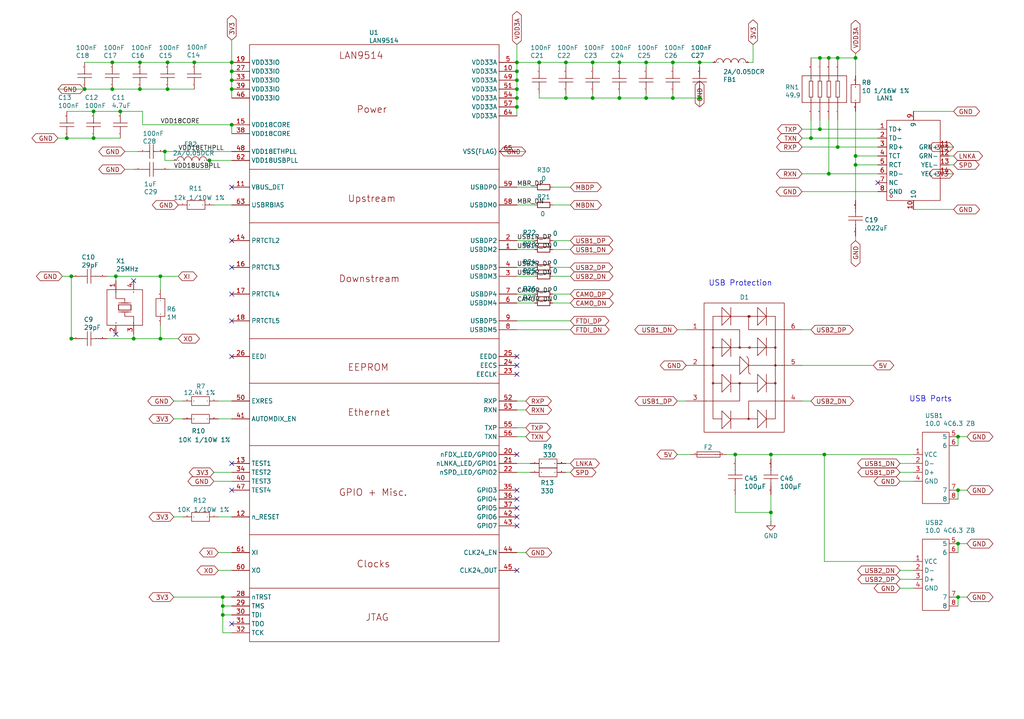
<source format=kicad_sch>
(kicad_sch (version 20231120) (generator "eeschema") (generator_version "8.0")
  (paper "User" 291.846 204.953)
  (junction (at 153.67 17.78))
  (junction (at 46.99 43.18))
  (junction (at 63.5 175.26))
  (junction (at 176.53 17.78))
  (junction (at 168.91 17.78))
  (junction (at 147.32 22.86))
  (junction (at 273.05 124.46))
  (junction (at 243.84 16.51))
  (junction (at 231.14 39.37))
  (junction (at 26.67 31.75))
  (junction (at 147.32 20.32))
  (junction (at 147.32 27.94))
  (junction (at 39.878 25.4))
  (junction (at 24.13 25.4))
  (junction (at 161.29 17.78))
  (junction (at 63.5 170.18))
  (junction (at 273.05 154.94))
  (junction (at 199.39 17.78))
  (junction (at 243.84 46.99))
  (junction (at 19.05 39.37))
  (junction (at 168.91 27.94))
  (junction (at 147.32 30.48))
  (junction (at 238.76 41.91))
  (junction (at 47.752 25.4))
  (junction (at 32.004 25.4))
  (junction (at 233.68 36.83))
  (junction (at 26.67 39.37))
  (junction (at 199.39 27.94))
  (junction (at 161.29 27.94))
  (junction (at 55.372 17.78))
  (junction (at 20.32 96.52))
  (junction (at 66.04 17.78))
  (junction (at 34.29 31.75))
  (junction (at 184.15 17.78))
  (junction (at 219.71 146.05))
  (junction (at 66.04 22.86))
  (junction (at 184.15 27.94))
  (junction (at 20.32 78.74))
  (junction (at 209.55 129.54))
  (junction (at 238.76 16.51))
  (junction (at 191.77 17.78))
  (junction (at 66.04 25.4))
  (junction (at 63.5 172.72))
  (junction (at 32.004 17.78))
  (junction (at 59.69 45.72))
  (junction (at 234.95 129.54))
  (junction (at 66.04 20.32))
  (junction (at 273.05 170.18))
  (junction (at 39.878 17.78))
  (junction (at 45.72 78.74))
  (junction (at 33.02 78.74))
  (junction (at 243.84 44.45))
  (junction (at 236.22 16.51))
  (junction (at 233.68 16.51))
  (junction (at 45.72 96.52))
  (junction (at 219.71 129.54))
  (junction (at 191.77 27.94))
  (junction (at 273.05 139.7))
  (junction (at 47.752 17.78))
  (junction (at 66.04 35.56))
  (junction (at 236.22 49.53))
  (junction (at 147.32 25.4))
  (junction (at 176.53 27.94))
  (junction (at 147.32 17.78))
  (junction (at 38.1 96.52))
  (no_connect (at 66.04 53.34))
  (no_connect (at 66.04 91.44))
  (no_connect (at 147.32 149.86))
  (no_connect (at 66.04 139.7))
  (no_connect (at 66.04 68.58))
  (no_connect (at 33.02 95.25))
  (no_connect (at 147.32 142.24))
  (no_connect (at 147.32 144.78))
  (no_connect (at 147.32 147.32))
  (no_connect (at 147.32 106.68))
  (no_connect (at 147.32 101.6))
  (no_connect (at 147.32 139.7))
  (no_connect (at 147.32 129.54))
  (no_connect (at 38.1 80.01))
  (no_connect (at 250.19 52.07))
  (no_connect (at 66.04 132.08))
  (no_connect (at 66.04 76.2))
  (no_connect (at 66.04 83.82))
  (no_connect (at 66.04 177.8))
  (no_connect (at 147.32 104.14))
  (no_connect (at 147.32 162.56))
  (no_connect (at 66.04 101.6))
  (wire (pts (xy 176.53 17.78) (xy 168.91 17.78)))
  (wire (pts (xy 270.51 44.45) (xy 271.78 44.45)))
  (wire (pts (xy 20.32 96.52) (xy 21.59 96.52)))
  (wire (pts (xy 147.32 30.48) (xy 147.32 33.02)))
  (wire (pts (xy 33.02 78.74) (xy 33.02 80.01)))
  (wire (pts (xy 256.54 137.16) (xy 260.35 137.16)))
  (wire (pts (xy 45.72 82.55) (xy 45.72 78.74)))
  (wire (pts (xy 219.71 146.05) (xy 219.71 148.59)))
  (wire (pts (xy 40.64 31.75) (xy 40.64 35.56)))
  (wire (pts (xy 243.84 68.58) (xy 243.84 67.31)))
  (wire (pts (xy 147.32 17.78) (xy 147.32 20.32)))
  (wire (pts (xy 153.67 26.67) (xy 153.67 27.94)))
  (wire (pts (xy 184.15 26.67) (xy 184.15 27.94)))
  (wire (pts (xy 250.19 44.45) (xy 243.84 44.45)))
  (wire (pts (xy 273.05 170.18) (xy 275.59 170.18)))
  (wire (pts (xy 260.35 31.75) (xy 271.78 31.75)))
  (wire (pts (xy 207.01 129.54) (xy 209.55 129.54)))
  (wire (pts (xy 66.04 180.34) (xy 63.5 180.34)))
  (wire (pts (xy 147.32 93.98) (xy 162.56 93.98)))
  (wire (pts (xy 184.15 27.94) (xy 191.77 27.94)))
  (wire (pts (xy 157.48 58.42) (xy 162.56 58.42)))
  (wire (pts (xy 66.04 11.43) (xy 66.04 17.78)))
  (wire (pts (xy 147.32 157.48) (xy 149.86 157.48)))
  (wire (pts (xy 233.68 34.29) (xy 233.68 36.83)))
  (wire (pts (xy 176.53 17.78) (xy 176.53 19.05)))
  (wire (pts (xy 193.04 129.54) (xy 196.85 129.54)))
  (wire (pts (xy 273.05 124.46) (xy 273.05 127)))
  (wire (pts (xy 157.48 71.12) (xy 162.56 71.12)))
  (wire (pts (xy 256.54 165.1) (xy 260.35 165.1)))
  (wire (pts (xy 238.76 34.29) (xy 238.76 41.91)))
  (wire (pts (xy 273.05 142.24) (xy 273.05 139.7)))
  (wire (pts (xy 147.32 43.18) (xy 149.86 43.18)))
  (wire (pts (xy 275.59 124.46) (xy 273.05 124.46)))
  (wire (pts (xy 168.91 17.78) (xy 161.29 17.78)))
  (wire (pts (xy 153.67 19.05) (xy 153.67 17.78)))
  (wire (pts (xy 153.67 17.78) (xy 161.29 17.78)))
  (wire (pts (xy 19.05 39.37) (xy 26.67 39.37)))
  (wire (pts (xy 228.6 104.14) (xy 248.92 104.14)))
  (wire (pts (xy 20.32 78.74) (xy 20.32 96.52)))
  (wire (pts (xy 66.04 175.26) (xy 63.5 175.26)))
  (wire (pts (xy 63.5 172.72) (xy 63.5 170.18)))
  (wire (pts (xy 49.53 170.18) (xy 63.5 170.18)))
  (wire (pts (xy 147.32 83.82) (xy 152.4 83.82)))
  (wire (pts (xy 147.32 124.46) (xy 149.86 124.46)))
  (wire (pts (xy 162.56 134.62) (xy 161.29 134.62)))
  (wire (pts (xy 59.69 48.26) (xy 59.69 45.72)))
  (wire (pts (xy 17.78 78.74) (xy 20.32 78.74)))
  (wire (pts (xy 66.04 35.56) (xy 66.04 38.1)))
  (wire (pts (xy 21.59 78.74) (xy 20.32 78.74)))
  (wire (pts (xy 147.32 20.32) (xy 147.32 22.86)))
  (wire (pts (xy 47.752 25.4) (xy 39.878 25.4)))
  (wire (pts (xy 184.15 17.78) (xy 176.53 17.78)))
  (wire (pts (xy 147.32 22.86) (xy 147.32 25.4)))
  (wire (pts (xy 34.29 31.75) (xy 40.64 31.75)))
  (wire (pts (xy 147.32 71.12) (xy 152.4 71.12)))
  (wire (pts (xy 161.29 27.94) (xy 168.91 27.94)))
  (wire (pts (xy 191.77 27.94) (xy 199.39 27.94)))
  (wire (pts (xy 59.69 45.72) (xy 66.04 45.72)))
  (wire (pts (xy 153.67 27.94) (xy 161.29 27.94)))
  (wire (pts (xy 238.76 41.91) (xy 250.19 41.91)))
  (wire (pts (xy 191.77 26.67) (xy 191.77 27.94)))
  (wire (pts (xy 63.5 175.26) (xy 63.5 172.72)))
  (wire (pts (xy 147.32 91.44) (xy 162.56 91.44)))
  (wire (pts (xy 231.14 34.29) (xy 231.14 39.37)))
  (wire (pts (xy 161.29 132.08) (xy 162.56 132.08)))
  (wire (pts (xy 231.14 39.37) (xy 250.19 39.37)))
  (wire (pts (xy 228.6 39.37) (xy 231.14 39.37)))
  (wire (pts (xy 40.64 35.56) (xy 66.04 35.56)))
  (wire (pts (xy 32.004 17.78) (xy 39.878 17.78)))
  (wire (pts (xy 50.8 96.52) (xy 45.72 96.52)))
  (wire (pts (xy 45.72 92.71) (xy 45.72 96.52)))
  (wire (pts (xy 176.53 26.67) (xy 176.53 27.94)))
  (wire (pts (xy 231.14 114.3) (xy 228.6 114.3)))
  (wire (pts (xy 55.372 17.78) (xy 66.04 17.78)))
  (wire (pts (xy 66.04 172.72) (xy 63.5 172.72)))
  (wire (pts (xy 157.48 53.34) (xy 162.56 53.34)))
  (wire (pts (xy 256.54 134.62) (xy 260.35 134.62)))
  (wire (pts (xy 168.91 17.78) (xy 168.91 19.05)))
  (wire (pts (xy 16.51 39.37) (xy 19.05 39.37)))
  (wire (pts (xy 39.878 17.78) (xy 47.752 17.78)))
  (wire (pts (xy 168.91 27.94) (xy 176.53 27.94)))
  (wire (pts (xy 157.48 86.36) (xy 162.56 86.36)))
  (wire (pts (xy 209.55 140.97) (xy 209.55 146.05)))
  (wire (pts (xy 147.32 86.36) (xy 152.4 86.36)))
  (wire (pts (xy 250.19 46.99) (xy 243.84 46.99)))
  (wire (pts (xy 275.59 154.94) (xy 273.05 154.94)))
  (wire (pts (xy 30.48 96.52) (xy 38.1 96.52)))
  (wire (pts (xy 238.76 16.51) (xy 236.22 16.51)))
  (wire (pts (xy 38.1 48.26) (xy 35.56 48.26)))
  (wire (pts (xy 236.22 34.29) (xy 236.22 49.53)))
  (wire (pts (xy 243.84 46.99) (xy 243.84 57.15)))
  (wire (pts (xy 168.91 26.67) (xy 168.91 27.94)))
  (wire (pts (xy 203.2 17.78) (xy 199.39 17.78)))
  (wire (pts (xy 66.04 137.16) (xy 60.96 137.16)))
  (wire (pts (xy 55.372 25.4) (xy 47.752 25.4)))
  (wire (pts (xy 147.32 53.34) (xy 152.4 53.34)))
  (wire (pts (xy 45.72 96.52) (xy 38.1 96.52)))
  (wire (pts (xy 147.32 12.7) (xy 147.32 17.78)))
  (wire (pts (xy 161.29 17.78) (xy 161.29 19.05)))
  (wire (pts (xy 147.32 58.42) (xy 152.4 58.42)))
  (wire (pts (xy 157.48 83.82) (xy 162.56 83.82)))
  (wire (pts (xy 147.32 25.4) (xy 147.32 27.94)))
  (wire (pts (xy 234.95 129.54) (xy 234.95 160.02)))
  (wire (pts (xy 147.32 121.92) (xy 149.86 121.92)))
  (wire (pts (xy 66.04 17.78) (xy 66.04 20.32)))
  (wire (pts (xy 19.05 31.75) (xy 26.67 31.75)))
  (wire (pts (xy 243.84 16.51) (xy 243.84 21.59)))
  (wire (pts (xy 24.13 25.4) (xy 16.51 25.4)))
  (wire (pts (xy 62.23 162.56) (xy 66.04 162.56)))
  (wire (pts (xy 52.07 147.32) (xy 49.53 147.32)))
  (wire (pts (xy 228.6 41.91) (xy 238.76 41.91)))
  (wire (pts (xy 256.54 132.08) (xy 260.35 132.08)))
  (wire (pts (xy 157.48 68.58) (xy 162.56 68.58)))
  (wire (pts (xy 66.04 114.3) (xy 62.23 114.3)))
  (wire (pts (xy 45.72 78.74) (xy 33.02 78.74)))
  (wire (pts (xy 273.05 172.72) (xy 273.05 170.18)))
  (wire (pts (xy 26.67 39.37) (xy 34.29 39.37)))
  (wire (pts (xy 38.1 96.52) (xy 38.1 95.25)))
  (wire (pts (xy 60.96 134.62) (xy 66.04 134.62)))
  (wire (pts (xy 26.67 31.75) (xy 34.29 31.75)))
  (wire (pts (xy 260.35 59.69) (xy 271.78 59.69)))
  (wire (pts (xy 231.14 93.98) (xy 228.6 93.98)))
  (wire (pts (xy 157.48 78.74) (xy 162.56 78.74)))
  (wire (pts (xy 199.39 17.78) (xy 199.39 19.05)))
  (wire (pts (xy 193.04 114.3) (xy 195.58 114.3)))
  (wire (pts (xy 30.48 78.74) (xy 33.02 78.74)))
  (wire (pts (xy 209.55 129.54) (xy 209.55 130.81)))
  (wire (pts (xy 147.32 76.2) (xy 152.4 76.2)))
  (wire (pts (xy 176.53 27.94) (xy 184.15 27.94)))
  (wire (pts (xy 209.55 146.05) (xy 219.71 146.05)))
  (wire (pts (xy 147.32 78.74) (xy 152.4 78.74)))
  (wire (pts (xy 209.55 129.54) (xy 219.71 129.54)))
  (wire (pts (xy 46.99 45.72) (xy 46.99 43.18)))
  (wire (pts (xy 60.96 58.42) (xy 66.04 58.42)))
  (wire (pts (xy 191.77 17.78) (xy 184.15 17.78)))
  (wire (pts (xy 35.56 43.18) (xy 39.37 43.18)))
  (wire (pts (xy 219.71 146.05) (xy 219.71 140.97)))
  (wire (pts (xy 66.04 25.4) (xy 66.04 27.94)))
  (wire (pts (xy 52.07 114.3) (xy 49.53 114.3)))
  (wire (pts (xy 273.05 139.7) (xy 275.59 139.7)))
  (wire (pts (xy 184.15 17.78) (xy 184.15 19.05)))
  (wire (pts (xy 157.48 76.2) (xy 162.56 76.2)))
  (wire (pts (xy 147.32 134.62) (xy 151.13 134.62)))
  (wire (pts (xy 199.39 27.94) (xy 199.39 30.48)))
  (wire (pts (xy 234.95 129.54) (xy 260.35 129.54)))
  (wire (pts (xy 50.8 78.74) (xy 45.72 78.74)))
  (wire (pts (xy 66.04 20.32) (xy 66.04 22.86)))
  (wire (pts (xy 199.39 17.78) (xy 191.77 17.78)))
  (wire (pts (xy 234.95 160.02) (xy 260.35 160.02)))
  (wire (pts (xy 49.53 45.72) (xy 46.99 45.72)))
  (wire (pts (xy 256.54 167.64) (xy 260.35 167.64)))
  (wire (pts (xy 32.004 25.4) (xy 24.13 25.4)))
  (wire (pts (xy 243.84 31.75) (xy 243.84 44.45)))
  (wire (pts (xy 153.67 17.78) (xy 147.32 17.78)))
  (wire (pts (xy 147.32 68.58) (xy 152.4 68.58)))
  (wire (pts (xy 52.07 119.38) (xy 49.53 119.38)))
  (wire (pts (xy 62.23 157.48) (xy 66.04 157.48)))
  (wire (pts (xy 147.32 114.3) (xy 149.86 114.3)))
  (wire (pts (xy 147.32 132.08) (xy 151.13 132.08)))
  (wire (pts (xy 147.32 116.84) (xy 149.86 116.84)))
  (wire (pts (xy 161.29 26.67) (xy 161.29 27.94)))
  (wire (pts (xy 219.71 129.54) (xy 234.95 129.54)))
  (wire (pts (xy 236.22 49.53) (xy 250.19 49.53)))
  (wire (pts (xy 199.39 26.67) (xy 199.39 27.94)))
  (wire (pts (xy 62.23 119.38) (xy 66.04 119.38)))
  (wire (pts (xy 48.26 48.26) (xy 59.69 48.26)))
  (wire (pts (xy 24.13 17.78) (xy 32.004 17.78)))
  (wire (pts (xy 219.71 129.54) (xy 219.71 130.81)))
  (wire (pts (xy 63.5 180.34) (xy 63.5 175.26)))
  (wire (pts (xy 191.77 17.78) (xy 191.77 19.05)))
  (wire (pts (xy 46.99 43.18) (xy 66.04 43.18)))
  (wire (pts (xy 256.54 162.56) (xy 260.35 162.56)))
  (wire (pts (xy 147.32 27.94) (xy 147.32 30.48)))
  (wire (pts (xy 243.84 15.24) (xy 243.84 16.51)))
  (wire (pts (xy 243.84 16.51) (xy 238.76 16.51)))
  (wire (pts (xy 271.78 49.53) (xy 270.51 49.53)))
  (wire (pts (xy 270.51 46.99) (xy 271.78 46.99)))
  (wire (pts (xy 214.63 17.78) (xy 214.63 12.7)))
  (wire (pts (xy 213.36 17.78) (xy 214.63 17.78)))
  (wire (pts (xy 63.5 170.18) (xy 66.04 170.18)))
  (wire (pts (xy 236.22 16.51) (xy 233.68 16.51)))
  (wire (pts (xy 39.878 25.4) (xy 32.004 25.4)))
  (wire (pts (xy 228.6 49.53) (xy 236.22 49.53)))
  (wire (pts (xy 271.78 41.91) (xy 270.51 41.91)))
  (wire (pts (xy 228.6 36.83) (xy 233.68 36.83)))
  (wire (pts (xy 62.23 147.32) (xy 66.04 147.32)))
  (wire (pts (xy 193.04 93.98) (xy 195.58 93.98)))
  (wire (pts (xy 243.84 44.45) (xy 243.84 46.99)))
  (wire (pts (xy 47.752 17.78) (xy 55.372 17.78)))
  (wire (pts (xy 273.05 154.94) (xy 273.05 157.48)))
  (wire (pts (xy 233.68 16.51) (xy 231.14 16.51)))
  (wire (pts (xy 233.68 36.83) (xy 250.19 36.83)))
  (wire (pts (xy 228.6 54.61) (xy 250.19 54.61)))
  (wire (pts (xy 66.04 22.86) (xy 66.04 25.4)))
  (text "USB Ports" (at 259.1054 114.7318 0) (effects (font (size 1.5748 1.5748)) (justify left bottom)))
  (text "USB Protection" (at 201.93 81.7372 0) (effects (font (size 1.5748 1.5748)) (justify left bottom)))
  (label "USB2R_DN" (at 147.32 78.74 0))
  (label "USB2R_DP" (at 147.32 76.2 0))
  (label "USB1R_DP" (at 147.32 68.58 0))
  (label "VDD18USBPLL" (at 49.53 48.26 0))
  (label "CAMOR_DP" (at 147.32 83.82 0))
  (label "MBR_DP" (at 147.32 53.34 0))
  (label "VDD18CORE" (at 45.72 35.56 0))
  (label "MBR_DN" (at 147.32 58.42 0))
  (label "CAMOR_DN" (at 147.32 86.36 0))
  (label "VDD18ETHPLL" (at 50.8 43.18 0))
  (label "USB1R_DN" (at 147.32 71.12 0))
  (global_label "GND" (shape bidirectional) (at 228.6 54.61 180) (property "Intersheetrefs" "${INTERSHEET_REFS}" (effects (hide yes))))
  (global_label "LNKA" (shape bidirectional) (at 162.56 132.08 0) (property "Intersheetrefs" "${INTERSHEET_REFS}" (effects (hide yes))))
  (global_label "USB2_DP" (shape bidirectional) (at 231.14 93.98 0) (property "Intersheetrefs" "${INTERSHEET_REFS}" (effects (hide yes))))
  (global_label "RXN" (shape bidirectional) (at 228.6 49.53 180) (property "Intersheetrefs" "${INTERSHEET_REFS}" (effects (hide yes))))
  (global_label "USB1_DP" (shape bidirectional) (at 162.56 68.58 0) (property "Intersheetrefs" "${INTERSHEET_REFS}" (effects (hide yes))))
  (global_label "GND" (shape bidirectional) (at 35.56 43.18 180) (property "Intersheetrefs" "${INTERSHEET_REFS}" (effects (hide yes))))
  (global_label "LNKA" (shape bidirectional) (at 271.78 44.45 0) (property "Intersheetrefs" "${INTERSHEET_REFS}" (effects (hide yes))))
  (global_label "3V3" (shape bidirectional) (at 49.53 147.32 180) (property "Intersheetrefs" "${INTERSHEET_REFS}" (effects (hide yes))))
  (global_label "3V3" (shape bidirectional) (at 60.96 134.62 180) (property "Intersheetrefs" "${INTERSHEET_REFS}" (effects (hide yes))))
  (global_label "GND" (shape bidirectional) (at 50.8 58.42 180) (property "Intersheetrefs" "${INTERSHEET_REFS}" (effects (hide yes))))
  (global_label "5V" (shape bidirectional) (at 248.92 104.14 0) (property "Intersheetrefs" "${INTERSHEET_REFS}" (effects (hide yes))))
  (global_label "3V3" (shape bidirectional) (at 49.53 119.38 180) (property "Intersheetrefs" "${INTERSHEET_REFS}" (effects (hide yes))))
  (global_label "GND" (shape bidirectional) (at 17.78 78.74 180) (property "Intersheetrefs" "${INTERSHEET_REFS}" (effects (hide yes))))
  (global_label "TXP" (shape bidirectional) (at 228.6 36.83 180) (property "Intersheetrefs" "${INTERSHEET_REFS}" (effects (hide yes))))
  (global_label "GND" (shape bidirectional) (at 275.59 139.7 0) (property "Intersheetrefs" "${INTERSHEET_REFS}" (effects (hide yes))))
  (global_label "CAMO_DN" (shape bidirectional) (at 162.56 86.36 0) (property "Intersheetrefs" "${INTERSHEET_REFS}" (effects (hide yes))))
  (global_label "3V3" (shape bidirectional) (at 271.78 49.53 180) (property "Intersheetrefs" "${INTERSHEET_REFS}" (effects (hide yes))))
  (global_label "SPD" (shape bidirectional) (at 271.78 46.99 0) (property "Intersheetrefs" "${INTERSHEET_REFS}" (effects (hide yes))))
  (global_label "GND" (shape bidirectional) (at 275.59 170.18 0) (property "Intersheetrefs" "${INTERSHEET_REFS}" (effects (hide yes))))
  (global_label "GND" (shape bidirectional) (at 256.54 167.64 180) (property "Intersheetrefs" "${INTERSHEET_REFS}" (effects (hide yes))))
  (global_label "GND" (shape bidirectional) (at 271.78 31.75 0) (property "Intersheetrefs" "${INTERSHEET_REFS}" (effects (hide yes))))
  (global_label "USB1_DN" (shape bidirectional) (at 162.56 71.12 0) (property "Intersheetrefs" "${INTERSHEET_REFS}" (effects (hide yes))))
  (global_label "GND" (shape bidirectional) (at 149.86 157.48 0) (property "Intersheetrefs" "${INTERSHEET_REFS}" (effects (hide yes))))
  (global_label "MBDP" (shape bidirectional) (at 162.56 53.34 0) (property "Intersheetrefs" "${INTERSHEET_REFS}" (effects (hide yes))))
  (global_label "SPD" (shape bidirectional) (at 162.56 134.62 0) (property "Intersheetrefs" "${INTERSHEET_REFS}" (effects (hide yes))))
  (global_label "3V3" (shape bidirectional) (at 49.53 170.18 180) (property "Intersheetrefs" "${INTERSHEET_REFS}" (effects (hide yes))))
  (global_label "USB1_DN" (shape bidirectional) (at 256.54 132.08 180) (property "Intersheetrefs" "${INTERSHEET_REFS}" (effects (hide yes))))
  (global_label "USB2_DN" (shape bidirectional) (at 256.54 162.56 180) (property "Intersheetrefs" "${INTERSHEET_REFS}" (effects (hide yes))))
  (global_label "RXP" (shape bidirectional) (at 149.86 114.3 0) (property "Intersheetrefs" "${INTERSHEET_REFS}" (effects (hide yes))))
  (global_label "XI" (shape bidirectional) (at 62.23 157.48 180) (property "Intersheetrefs" "${INTERSHEET_REFS}" (effects (hide yes))))
  (global_label "GND" (shape bidirectional) (at 149.86 43.18 180) (property "Intersheetrefs" "${INTERSHEET_REFS}" (effects (hide yes))))
  (global_label "FTDI_DP" (shape bidirectional) (at 162.56 91.44 0) (property "Intersheetrefs" "${INTERSHEET_REFS}" (effects (hide yes))))
  (global_label "5V" (shape bidirectional) (at 193.04 129.54 180) (property "Intersheetrefs" "${INTERSHEET_REFS}" (effects (hide yes))))
  (global_label "TXN" (shape bidirectional) (at 228.6 39.37 180) (property "Intersheetrefs" "${INTERSHEET_REFS}" (effects (hide yes))))
  (global_label "USB1_DP" (shape bidirectional) (at 256.54 134.62 180) (property "Intersheetrefs" "${INTERSHEET_REFS}" (effects (hide yes))))
  (global_label "USB2_DP" (shape bidirectional) (at 256.54 165.1 180) (property "Intersheetrefs" "${INTERSHEET_REFS}" (effects (hide yes))))
  (global_label "USB2_DN" (shape bidirectional) (at 162.56 78.74 0) (property "Intersheetrefs" "${INTERSHEET_REFS}" (effects (hide yes))))
  (global_label "TXN" (shape bidirectional) (at 149.86 124.46 0) (property "Intersheetrefs" "${INTERSHEET_REFS}" (effects (hide yes))))
  (global_label "GND" (shape bidirectional) (at 275.59 154.94 0) (property "Intersheetrefs" "${INTERSHEET_REFS}" (effects (hide yes))))
  (global_label "VDD3A" (shape bidirectional) (at 243.84 15.24 90) (property "Intersheetrefs" "${INTERSHEET_REFS}" (effects (hide yes))))
  (global_label "USB1_DP" (shape bidirectional) (at 193.04 114.3 180) (property "Intersheetrefs" "${INTERSHEET_REFS}" (effects (hide yes))))
  (global_label "RXP" (shape bidirectional) (at 228.6 41.91 180) (property "Intersheetrefs" "${INTERSHEET_REFS}" (effects (hide yes))))
  (global_label "CAMO_DP" (shape bidirectional) (at 162.56 83.82 0) (property "Intersheetrefs" "${INTERSHEET_REFS}" (effects (hide yes))))
  (global_label "RXN" (shape bidirectional) (at 149.86 116.84 0) (property "Intersheetrefs" "${INTERSHEET_REFS}" (effects (hide yes))))
  (global_label "GND" (shape bidirectional) (at 60.96 137.16 180) (property "Intersheetrefs" "${INTERSHEET_REFS}" (effects (hide yes))))
  (global_label "3V3" (shape bidirectional) (at 271.78 41.91 180) (property "Intersheetrefs" "${INTERSHEET_REFS}" (effects (hide yes))))
  (global_label "GND" (shape bidirectional) (at 195.58 104.14 180) (property "Intersheetrefs" "${INTERSHEET_REFS}" (effects (hide yes))))
  (global_label "GND" (shape bidirectional) (at 16.51 39.37 180) (property "Intersheetrefs" "${INTERSHEET_REFS}" (effects (hide yes))))
  (global_label "GND" (shape bidirectional) (at 271.78 59.69 0) (property "Intersheetrefs" "${INTERSHEET_REFS}" (effects (hide yes))))
  (global_label "3V3" (shape bidirectional) (at 66.04 11.43 90) (property "Intersheetrefs" "${INTERSHEET_REFS}" (effects (hide yes))))
  (global_label "XO" (shape bidirectional) (at 62.23 162.56 180) (property "Intersheetrefs" "${INTERSHEET_REFS}" (effects (hide yes))))
  (global_label "GND" (shape bidirectional) (at 49.53 114.3 180) (property "Intersheetrefs" "${INTERSHEET_REFS}" (effects (hide yes))))
  (global_label "GND" (shape bidirectional) (at 35.56 48.26 180) (property "Intersheetrefs" "${INTERSHEET_REFS}" (effects (hide yes))))
  (global_label "GND" (shape bidirectional) (at 199.39 30.48 90) (property "Intersheetrefs" "${INTERSHEET_REFS}" (effects (hide yes))))
  (global_label "3V3" (shape bidirectional) (at 214.63 12.7 90) (property "Intersheetrefs" "${INTERSHEET_REFS}" (effects (hide yes))))
  (global_label "XI" (shape bidirectional) (at 50.8 78.74 0) (property "Intersheetrefs" "${INTERSHEET_REFS}" (effects (hide yes))))
  (global_label "GND" (shape bidirectional) (at 16.51 25.4 0) (property "Intersheetrefs" "${INTERSHEET_REFS}" (effects (hide yes))))
  (global_label "XO" (shape bidirectional) (at 50.8 96.52 0) (property "Intersheetrefs" "${INTERSHEET_REFS}" (effects (hide yes))))
  (global_label "USB2_DN" (shape bidirectional) (at 231.14 114.3 0) (property "Intersheetrefs" "${INTERSHEET_REFS}" (effects (hide yes))))
  (global_label "GND" (shape bidirectional) (at 275.59 124.46 0) (property "Intersheetrefs" "${INTERSHEET_REFS}" (effects (hide yes))))
  (global_label "USB1_DN" (shape bidirectional) (at 193.04 93.98 180) (property "Intersheetrefs" "${INTERSHEET_REFS}" (effects (hide yes))))
  (global_label "VDD3A" (shape bidirectional) (at 147.32 12.7 90) (property "Intersheetrefs" "${INTERSHEET_REFS}" (effects (hide yes))))
  (global_label "USB2_DP" (shape bidirectional) (at 162.56 76.2 0) (property "Intersheetrefs" "${INTERSHEET_REFS}" (effects (hide yes))))
  (global_label "FTDI_DN" (shape bidirectional) (at 162.56 93.98 0) (property "Intersheetrefs" "${INTERSHEET_REFS}" (effects (hide yes))))
  (global_label "MBDN" (shape bidirectional) (at 162.56 58.42 0) (property "Intersheetrefs" "${INTERSHEET_REFS}" (effects (hide yes))))
  (global_label "GND" (shape bidirectional) (at 243.84 68.58 270) (property "Intersheetrefs" "${INTERSHEET_REFS}" (effects (hide yes))))
  (global_label "GND" (shape bidirectional) (at 256.54 137.16 180) (property "Intersheetrefs" "${INTERSHEET_REFS}" (effects (hide yes))))
  (global_label "TXP" (shape bidirectional) (at 149.86 121.92 0) (property "Intersheetrefs" "${INTERSHEET_REFS}" (effects (hide yes))))
  (symbol (lib_id "x1-expander:12k 1/10W 1%") (at 55.88 58.42 180) (unit 1)
    (property "Reference" "R11" (at 53.7718 54.4322 0) (effects (justify right top)))
    (property "Value" "12k 1/10W 1%" (at 49.4284 57.0738 0) (effects (justify right top)))
    (property "Footprint" "Resistor_SMD:R_0603_1608Metric" (effects (hide yes)))
    (property "Add into BOM" "yes" (effects (hide yes)))
    (property "Convert to PCB" "yes" (effects (hide yes)))
    (property "Origin Footprint" "R0603" (effects (hide yes)))
    (property "LCSC" "C22790" (effects (hide yes)))
  )
  (symbol (lib_id "Device:R_Small") (at 154.94 86.36 270) (unit 1)
    (property "Reference" "R27" (at 150.876 84.836 90))
    (property "Value" "0" (at 158.242 84.836 90))
    (property "Footprint" "Resistor_SMD:R_0603_1608Metric" (effects (hide yes)))
    (property "Description" "Resistor, small symbol" (effects (hide yes)))
    (property "LCSC" "C21189" (effects (hide yes)))
  )
  (symbol (lib_id "x1-expander:100nF") (at 32.004 21.59 270) (unit 1)
    (property "Reference" "C17" (at 29.464 16.5608 90) (effects (justify left bottom)))
    (property "Value" "100nF" (at 29.464 14.3256 90) (effects (justify left bottom)))
    (property "Footprint" "Capacitor_SMD:C_0603_1608Metric" (effects (hide yes)))
    (property "Add into BOM" "yes" (effects (hide yes)))
    (property "Convert to PCB" "yes" (effects (hide yes)))
    (property "JLCPCB Part Class" "Basic Part" (effects (hide yes)))
    (property "Manufacturer" "SAMSUNG(三星)" (effects (hide yes)))
    (property "Manufacturer Part" "CL05B104KO5NNNC" (effects (hide yes)))
    (property "Origin Footprint" "C0402" (effects (hide yes)))
    (property "Supplier" "LCSC" (effects (hide yes)))
    (property "Supplier Part" "C1525" (effects (hide yes)))
    (property "LCSC" "C14663" (effects (hide yes)))
  )
  (symbol (lib_id "x1-expander:100nF") (at 55.372 21.59 270) (unit 1)
    (property "Reference" "C14" (at 53.1876 16.4084 90) (effects (justify left bottom)))
    (property "Value" "100nF" (at 53.1876 14.1986 90) (effects (justify left bottom)))
    (property "Footprint" "Capacitor_SMD:C_0603_1608Metric" (effects (hide yes)))
    (property "Add into BOM" "yes" (effects (hide yes)))
    (property "Convert to PCB" "yes" (effects (hide yes)))
    (property "JLCPCB Part Class" "Basic Part" (effects (hide yes)))
    (property "Manufacturer" "SAMSUNG(三星)" (effects (hide yes)))
    (property "Manufacturer Part" "CL05B104KO5NNNC" (effects (hide yes)))
    (property "Origin Footprint" "C0402" (effects (hide yes)))
    (property "Supplier" "LCSC" (effects (hide yes)))
    (property "Supplier Part" "C1525" (effects (hide yes)))
    (property "LCSC" "C14663" (effects (hide yes)))
  )
  (symbol (lib_id "Device:R_Small") (at 154.94 53.34 90) (unit 1)
    (property "Reference" "R30" (at 154.94 48.4589 90))
    (property "Value" "0" (at 154.94 50.8832 90))
    (property "Footprint" "Resistor_SMD:R_0603_1608Metric" (effects (hide yes)))
    (property "Description" "Resistor, small symbol" (effects (hide yes)))
    (property "LCSC" "C21189" (effects (hide yes)))
  )
  (symbol (lib_id "x1-expander:10K 1/10W 1%") (at 57.15 119.38 180) (unit 1)
    (property "Reference" "R10" (at 54.61 123.5456 0) (effects (justify right top)))
    (property "Value" "10K 1/10W 1%" (at 50.8 126.0856 0) (effects (justify right top)))
    (property "Footprint" "Resistor_SMD:R_0603_1608Metric" (effects (hide yes)))
    (property "Add into BOM" "yes" (effects (hide yes)))
    (property "Convert to PCB" "yes" (effects (hide yes)))
    (property "Origin Footprint" "R0402" (effects (hide yes)))
    (property "LCSC" "C25804" (effects (hide yes)))
  )
  (symbol (lib_id "x1-expander:HC913550A-M899-A") (at 260.35 45.72 90) (unit 1)
    (property "Reference" "LAN1" (at 249.809 28.6766 90) (effects (justify right top)))
    (property "Value" "HC913550A-M899-A" (effects (hide yes)))
    (property "Footprint" "x1-expander:RJ45-TH_HC913550A-M899-A" (effects (hide yes)))
    (property "Add into BOM" "yes" (effects (hide yes)))
    (property "Convert to PCB" "yes" (effects (hide yes)))
    (property "JLCPCB Part Class" "Extended Part" (effects (hide yes)))
    (property "Manufacturer" "HCTL(华灿天禄)" (effects (hide yes)))
    (property "Manufacturer Part" "HC913550A-M899-A" (effects (hide yes)))
    (property "Origin Footprint" "RJ45-TH_HC913550A-M899-A" (effects (hide yes)))
    (property "Supplier" "LCSC" (effects (hide yes)))
    (property "Supplier Part" "C3021374" (effects (hide yes)))
    (property "LCSC" "C3021374" (effects (hide yes)))
  )
  (symbol (lib_id "x1-expander:100nF") (at 176.53 22.86 270) (unit 1)
    (property "Reference" "C24" (at 173.99 16.5608 90) (effects (justify left bottom)))
    (property "Value" "100nF" (at 173.99 14.3256 90) (effects (justify left bottom)))
    (property "Footprint" "Capacitor_SMD:C_0603_1608Metric" (effects (hide yes)))
    (property "Add into BOM" "yes" (effects (hide yes)))
    (property "Convert to PCB" "yes" (effects (hide yes)))
    (property "JLCPCB Part Class" "Basic Part" (effects (hide yes)))
    (property "Manufacturer" "SAMSUNG(三星)" (effects (hide yes)))
    (property "Manufacturer Part" "CL05B104KO5NNNC" (effects (hide yes)))
    (property "Origin Footprint" "C0402" (effects (hide yes)))
    (property "Supplier" "LCSC" (effects (hide yes)))
    (property "Supplier Part" "C1525" (effects (hide yes)))
    (property "LCSC" "C14663" (effects (hide yes)))
  )
  (symbol (lib_id "x1-expander:33pF") (at 25.4 96.52 0) (unit 1)
    (property "Reference" "C9" (at 23.876 91.7956 0) (effects (justify left bottom)))
    (property "Value" "29pF" (at 23.876 94.0816 0) (effects (justify left bottom)))
    (property "Footprint" "Capacitor_SMD:C_0603_1608Metric" (effects (hide yes)))
    (property "Add into BOM" "yes" (effects (hide yes)))
    (property "Convert to PCB" "yes" (effects (hide yes)))
    (property "Origin Footprint" "C0402" (effects (hide yes)))
    (property "LCSC" "C1658" (effects (hide yes)))
  )
  (symbol (lib_id "Device:R_Small") (at 154.94 83.82 270) (unit 1)
    (property "Reference" "R26" (at 150.876 82.296 90))
    (property "Value" "0" (at 158.242 82.296 90))
    (property "Footprint" "Resistor_SMD:R_0603_1608Metric" (effects (hide yes)))
    (property "Description" "Resistor, small symbol" (effects (hide yes)))
    (property "LCSC" "C21189" (effects (hide yes)))
  )
  (symbol (lib_id "x1-expander:75pF") (at 219.71 135.89 90) (unit 1)
    (property "Reference" "C46" (at 222.25 137.0838 90) (effects (justify right top)))
    (property "Value" "100µF" (at 222.25 139.3698 90) (effects (justify right top)))
    (property "Footprint" "Capacitor_SMD:C_1210_3225Metric" (effects (hide yes)))
    (property "Add into BOM" "yes" (effects (hide yes)))
    (property "Convert to PCB" "yes" (effects (hide yes)))
    (property "Origin Footprint" "C0603" (effects (hide yes)))
    (property "LCSC" "C23742" (effects (hide yes)))
  )
  (symbol (lib_id "x1-expander:330") (at 156.21 132.08 0) (unit 1)
    (property "Reference" "R9" (at 154.686 128.0922 0) (effects (justify left bottom)))
    (property "Value" "330" (at 154.686 130.4036 0) (effects (justify left bottom)))
    (property "Footprint" "Resistor_SMD:R_0603_1608Metric" (effects (hide yes)))
    (property "Add into BOM" "yes" (effects (hide yes)))
    (property "Convert to PCB" "yes" (effects (hide yes)))
    (property "Origin Footprint" "R0402" (effects (hide yes)))
    (property "LCSC" "C23138" (effects (hide yes)))
  )
  (symbol (lib_id "x1-expander:100nF") (at 184.15 22.86 270) (unit 1)
    (property "Reference" "C25" (at 181.61 16.5608 90) (effects (justify left bottom)))
    (property "Value" "100nF" (at 181.61 14.3256 90) (effects (justify left bottom)))
    (property "Footprint" "Capacitor_SMD:C_0603_1608Metric" (effects (hide yes)))
    (property "Add into BOM" "yes" (effects (hide yes)))
    (property "Convert to PCB" "yes" (effects (hide yes)))
    (property "JLCPCB Part Class" "Basic Part" (effects (hide yes)))
    (property "Manufacturer" "SAMSUNG(三星)" (effects (hide yes)))
    (property "Manufacturer Part" "CL05B104KO5NNNC" (effects (hide yes)))
    (property "Origin Footprint" "C0402" (effects (hide yes)))
    (property "Supplier" "LCSC" (effects (hide yes)))
    (property "Supplier Part" "C1525" (effects (hide yes)))
    (property "LCSC" "C14663" (effects (hide yes)))
  )
  (symbol (lib_id "x1-expander:2A/0.05DCR") (at 208.28 17.78 180) (unit 1)
    (property "Reference" "FB1" (at 206.0956 23.4188 0) (effects (justify right top)))
    (property "Value" "2A/0.05DCR" (at 206.0956 21.1836 0) (effects (justify right top)))
    (property "Footprint" "Inductor_SMD:L_0603_1608Metric" (effects (hide yes)))
    (property "Add into BOM" "yes" (effects (hide yes)))
    (property "Convert to PCB" "yes" (effects (hide yes)))
    (property "JLCPCB Part Class" "Extended Part" (effects (hide yes)))
    (property "Manufacturer" "muRata(村田)" (effects (hide yes)))
    (property "Manufacturer Part" "BLM18PG121SN1D" (effects (hide yes)))
    (property "Origin Footprint" "L0603" (effects (hide yes)))
    (property "Supplier" "LCSC" (effects (hide yes)))
    (property "Supplier Part" "C14709" (effects (hide yes)))
    (property "LCSC" "C14709" (effects (hide yes)))
  )
  (symbol (lib_id "x1-expander:SRV05-4.TCT_C2687126") (at 212.09 104.14 270) (unit 1)
    (property "Reference" "D1" (at 210.82 85.4456 90) (effects (justify left bottom)))
    (property "Value" "SRV05-4.TCT_C2687126" (effects (hide yes)))
    (property "Footprint" "x1-expander:SOT-23-6_L2.9-W1.6-P0.95-LS2.8-BL" (effects (hide yes)))
    (property "Add into BOM" "yes" (effects (hide yes)))
    (property "Convert to PCB" "yes" (effects (hide yes)))
    (property "JLCPCB Part Class" "Extended Part" (effects (hide yes)))
    (property "Manufacturer" "UMW(友台半导体)" (effects (hide yes)))
    (property "Manufacturer Part" "SRV05-4.TCT" (effects (hide yes)))
    (property "Origin Footprint" "SOT-23-6_L2.9-W1.6-P0.95-LS2.8-BL" (effects (hide yes)))
    (property "Supplier" "LCSC" (effects (hide yes)))
    (property "Supplier Part" "C2687126" (effects (hide yes)))
    (property "LCSC" "C2687126" (effects (hide yes)))
  )
  (symbol (lib_id "x1-expander:100nF") (at 191.77 22.86 270) (unit 1)
    (property "Reference" "C26" (at 189.23 16.5608 90) (effects (justify left bottom)))
    (property "Value" "100nF" (at 189.23 14.3256 90) (effects (justify left bottom)))
    (property "Footprint" "Capacitor_SMD:C_0603_1608Metric" (effects (hide yes)))
    (property "Add into BOM" "yes" (effects (hide yes)))
    (property "Convert to PCB" "yes" (effects (hide yes)))
    (property "JLCPCB Part Class" "Basic Part" (effects (hide yes)))
    (property "Manufacturer" "SAMSUNG(三星)" (effects (hide yes)))
    (property "Manufacturer Part" "CL05B104KO5NNNC" (effects (hide yes)))
    (property "Origin Footprint" "C0402" (effects (hide yes)))
    (property "Supplier" "LCSC" (effects (hide yes)))
    (property "Supplier Part" "C1525" (effects (hide yes)))
    (property "LCSC" "C14663" (effects (hide yes)))
  )
  (symbol (lib_id "Device:R_Small") (at 154.94 71.12 270) (unit 1)
    (property "Reference" "R23" (at 150.876 69.596 90))
    (property "Value" "0" (at 158.242 69.596 90))
    (property "Footprint" "Resistor_SMD:R_0603_1608Metric" (effects (hide yes)))
    (property "Description" "Resistor, small symbol" (effects (hide yes)))
    (property "LCSC" "C21189" (effects (hide yes)))
  )
  (symbol (lib_name "2A/0.05DCR_1") (lib_id "x1-expander:2A/0.05DCR") (at 54.61 45.72 0) (unit 1)
    (property "Reference" "FB2" (at 52.4256 41.8338 0) (effects (justify left bottom)))
    (property "Value" "2A/0.05DCR" (at 49.2252 44.3738 0) (effects (justify left bottom)))
    (property "Footprint" "Inductor_SMD:L_0603_1608Metric" (effects (hide yes)))
    (property "Add into BOM" "yes" (effects (hide yes)))
    (property "Convert to PCB" "yes" (effects (hide yes)))
    (property "JLCPCB Part Class" "Extended Part" (effects (hide yes)))
    (property "Manufacturer" "muRata(村田)" (effects (hide yes)))
    (property "Manufacturer Part" "BLM18PG121SN1D" (effects (hide yes)))
    (property "Origin Footprint" "L0603" (effects (hide yes)))
    (property "Supplier" "LCSC" (effects (hide yes)))
    (property "Supplier Part" "C14709" (effects (hide yes)))
    (property "LCSC" "C14709" (effects (hide yes)))
  )
  (symbol (lib_id "x1-expander:1uF") (at 43.18 48.26 0) (unit 1)
    (property "Reference" "C29" (at 40.9956 55.4228 0) (effects (justify left bottom)))
    (property "Value" "1uF" (at 40.9956 53.1876 0) (effects (justify left bottom)))
    (property "Footprint" "Capacitor_SMD:C_0603_1608Metric" (effects (hide yes)))
    (property "Add into BOM" "yes" (effects (hide yes)))
    (property "Convert to PCB" "yes" (effects (hide yes)))
    (property "JLCPCB Part Class" "Basic Part" (effects (hide yes)))
    (property "Manufacturer" "SAMSUNG(三星)" (effects (hide yes)))
    (property "Manufacturer Part" "CL05A105KA5NQNC" (effects (hide yes)))
    (property "Origin Footprint" "C0402" (effects (hide yes)))
    (property "Supplier" "LCSC" (effects (hide yes)))
    (property "Supplier Part" "C52923" (effects (hide yes)))
    (property "LCSC" "C1592" (effects (hide yes)))
  )
  (symbol (lib_id "x1-expander:10.0 4C6.3 ZB") (at 266.7 163.83 0) (unit 1)
    (property "Reference" "USB2" (at 263.6012 149.6822 0) (effects (justify left bottom)))
    (property "Value" "10.0 4C6.3 ZB" (at 263.6012 151.9174 0) (effects (justify left bottom)))
    (property "Footprint" "x1-expander:USB-TH_10.0-4C6.3-ZB" (effects (hide yes)))
    (property "Add into BOM" "yes" (effects (hide yes)))
    (property "Convert to PCB" "yes" (effects (hide yes)))
    (property "JLCPCB Part Class" "Extended Part" (effects (hide yes)))
    (property "Manufacturer" "SHOU HAN(首韩)" (effects (hide yes)))
    (property "Manufacturer Part" "10.0 4C6.3 ZB" (effects (hide yes)))
    (property "Origin Footprint" "USB-TH_10.0-4C6.3-ZB" (effects (hide yes)))
    (property "Supplier" "LCSC" (effects (hide yes)))
    (property "Supplier Part" "C6386909" (effects (hide yes)))
    (property "LCSC" "C6386909" (effects (hide yes)))
  )
  (symbol (lib_id "x1-expander:LAN9514") (at 71.12 12.7 0) (unit 1)
    (property "Reference" "U1" (at 105.156 10.0076 0) (effects (justify left bottom)))
    (property "Value" "LAN9514" (at 105.156 12.2936 0) (effects (justify left bottom)))
    (property "Footprint" "x1-expander:QFN64G-0.5-9X9MM" (effects (hide yes)))
    (property "Add into BOM" "yes" (effects (hide yes)))
    (property "Convert to PCB" "yes" (effects (hide yes)))
    (property "Manufacturer" "MICROCHIP(美国微芯)" (effects (hide yes)))
    (property "Manufacturer Part" "LAN9514-JZX-TR" (effects (hide yes)))
    (property "Origin Footprint" "QFN64G-0.5-9X9MM" (effects (hide yes)))
    (property "Supplier" "LCSC" (effects (hide yes)))
    (property "Supplier Part" "C625111" (effects (hide yes)))
    (property "link" "http://ww1.microchip.com/downloads/en/DeviceDoc/00002306A.pdf" (effects (hide yes)))
    (property "LCSC" "C625111" (effects (hide yes)))
  )
  (symbol (lib_id "Device:R_Small") (at 154.94 58.42 270) (unit 1)
    (property "Reference" "R21" (at 154.94 56.134 90))
    (property "Value" "0" (at 154.686 60.96 90))
    (property "Footprint" "Resistor_SMD:R_0603_1608Metric" (effects (hide yes)))
    (property "Description" "Resistor, small symbol" (effects (hide yes)))
    (property "LCSC" "C21189" (effects (hide yes)))
  )
  (symbol (lib_id "x1-expander:33pF") (at 25.4 78.74 0) (unit 1)
    (property "Reference" "C10" (at 23.2156 74.0156 0) (effects (justify left bottom)))
    (property "Value" "29pF" (at 23.2156 76.3016 0) (effects (justify left bottom)))
    (property "Footprint" "Capacitor_SMD:C_0603_1608Metric" (effects (hide yes)))
    (property "Add into BOM" "yes" (effects (hide yes)))
    (property "Convert to PCB" "yes" (effects (hide yes)))
    (property "Origin Footprint" "C0402" (effects (hide yes)))
    (property "LCSC" "C1658" (effects (hide yes)))
  )
  (symbol (lib_id "x1-expander:.022uF") (at 243.84 62.23 90) (unit 1)
    (property "Reference" "C19" (at 246.38 63.3984 90) (effects (justify right top)))
    (property "Value" ".022uF" (at 246.38 65.7352 90) (effects (justify right top)))
    (property "Footprint" "Capacitor_SMD:C_0603_1608Metric" (effects (hide yes)))
    (property "Add into BOM" "yes" (effects (hide yes)))
    (property "Convert to PCB" "yes" (effects (hide yes)))
    (property "Origin Footprint" "C0805" (effects (hide yes)))
    (property "LCSC" "C21122" (effects (hide yes)))
  )
  (symbol (lib_id "x1-expander:1M") (at 45.72 87.63 270) (unit 1)
    (property "Reference" "R6" (at 47.498 88.8238 90) (effects (justify left bottom)))
    (property "Value" "1M" (at 47.498 91.1098 90) (effects (justify left bottom)))
    (property "Footprint" "Resistor_SMD:R_0603_1608Metric" (effects (hide yes)))
    (property "Add into BOM" "yes" (effects (hide yes)))
    (property "Convert to PCB" "yes" (effects (hide yes)))
    (property "Manufacturer" "UNI-ROYAL(厚声)" (effects (hide yes)))
    (property "Manufacturer Part" "0402WGF1004TCE" (effects (hide yes)))
    (property "Origin Footprint" "R0402" (effects (hide yes)))
    (property "Supplier" "LCSC" (effects (hide yes)))
    (property "Supplier Part" "C26083" (effects (hide yes)))
    (property "LCSC" "C22935" (effects (hide yes)))
  )
  (symbol (lib_id "x1-expander:100nF") (at 47.752 21.59 270) (unit 1)
    (property "Reference" "C15" (at 45.212 16.5608 90) (effects (justify left bottom)))
    (property "Value" "100nF" (at 45.212 14.3256 90) (effects (justify left bottom)))
    (property "Footprint" "Capacitor_SMD:C_0603_1608Metric" (effects (hide yes)))
    (property "Add into BOM" "yes" (effects (hide yes)))
    (property "Convert to PCB" "yes" (effects (hide yes)))
    (property "JLCPCB Part Class" "Basic Part" (effects (hide yes)))
    (property "Manufacturer" "SAMSUNG(三星)" (effects (hide yes)))
    (property "Manufacturer Part" "CL05B104KO5NNNC" (effects (hide yes)))
    (property "Origin Footprint" "C0402" (effects (hide yes)))
    (property "Supplier" "LCSC" (effects (hide yes)))
    (property "Supplier Part" "C1525" (effects (hide yes)))
    (property "LCSC" "C14663" (effects (hide yes)))
  )
  (symbol (lib_id "x1-expander:75pF") (at 209.55 135.89 90) (unit 1)
    (property "Reference" "C45" (at 212.09 137.0838 90) (effects (justify right top)))
    (property "Value" "100µF" (at 212.09 139.3698 90) (effects (justify right top)))
    (property "Footprint" "Capacitor_SMD:C_1210_3225Metric" (effects (hide yes)))
    (property "Add into BOM" "yes" (effects (hide yes)))
    (property "Convert to PCB" "yes" (effects (hide yes)))
    (property "Origin Footprint" "C0603" (effects (hide yes)))
    (property "LCSC" "C23742" (effects (hide yes)))
  )
  (symbol (lib_id "x1-expander:JK-NSMD100-16V") (at 201.93 129.54 0) (unit 1)
    (property "Reference" "F2" (at 200.533 128.1938 0) (effects (justify left bottom)))
    (property "Value" "JK-NSMD100-16V" (effects (hide yes)))
    (property "Footprint" "Fuse:Fuse_1206_3216Metric" (effects (hide yes)))
    (property "Add into BOM" "yes" (effects (hide yes)))
    (property "Convert to PCB" "yes" (effects (hide yes)))
    (property "JLCPCB Part Class" "Extended Part" (effects (hide yes)))
    (property "Manufacturer" "JK(金科)" (effects (hide yes)))
    (property "Manufacturer Part" "JK-nSMD100-16" (effects (hide yes)))
    (property "Origin Footprint" "F1206" (effects (hide yes)))
    (property "Supplier" "LCSC" (effects (hide yes)))
    (property "Supplier Part" "C369161" (effects (hide yes)))
    (property "LCSC" "C2830246" (effects (hide yes)))
  )
  (symbol (lib_id "x1-expander:10 1/16W 1%") (at 243.84 26.67 90) (unit 1)
    (property "Reference" "R8" (at 245.5926 24.257 90) (effects (justify right top)))
    (property "Value" "10 1/16W 1%" (at 245.5926 26.5938 90) (effects (justify right top)))
    (property "Footprint" "Resistor_SMD:R_0603_1608Metric" (effects (hide yes)))
    (property "Add into BOM" "yes" (effects (hide yes)))
    (property "Convert to PCB" "yes" (effects (hide yes)))
    (property "Origin Footprint" "R0402" (effects (hide yes)))
    (property "LCSC" "C22859" (effects (hide yes)))
  )
  (symbol (lib_id "x1-expander:100nF") (at 199.39 22.86 270) (unit 1)
    (property "Reference" "C27" (at 196.85 16.5608 90) (effects (justify left bottom)))
    (property "Value" "100nF" (at 196.85 14.3256 90) (effects (justify left bottom)))
    (property "Footprint" "Capacitor_SMD:C_0603_1608Metric" (effects (hide yes)))
    (property "Add into BOM" "yes" (effects (hide yes)))
    (property "Convert to PCB" "yes" (effects (hide yes)))
    (property "JLCPCB Part Class" "Basic Part" (effects (hide yes)))
    (property "Manufacturer" "SAMSUNG(三星)" (effects (hide yes)))
    (property "Manufacturer Part" "CL05B104KO5NNNC" (effects (hide yes)))
    (property "Origin Footprint" "C0402" (effects (hide yes)))
    (property "Supplier" "LCSC" (effects (hide yes)))
    (property "Supplier Part" "C1525" (effects (hide yes)))
    (property "LCSC" "C14663" (effects (hide yes)))
  )
  (symbol (lib_id "x1-expander:4.7uF") (at 34.29 35.56 90) (unit 1)
    (property "Reference" "C11" (at 31.8262 28.5242 90) (effects (justify right top)))
    (property "Value" "4.7uF" (at 31.8262 30.8102 90) (effects (justify right top)))
    (property "Footprint" "Capacitor_SMD:C_0805_2012Metric" (effects (hide yes)))
    (property "Add into BOM" "yes" (effects (hide yes)))
    (property "Convert to PCB" "yes" (effects (hide yes)))
    (property "JLCPCB Part Class" "Basic Part" (effects (hide yes)))
    (property "Manufacturer" "SAMSUNG(三星)" (effects (hide yes)))
    (property "Manufacturer Part" "CL10A475KO8NNNC" (effects (hide yes)))
    (property "Origin Footprint" "C0603" (effects (hide yes)))
    (property "Supplier" "LCSC" (effects (hide yes)))
    (property "Supplier Part" "C19666" (effects (hide yes)))
    (property "LCSC" "C1779" (effects (hide yes)))
  )
  (symbol (lib_name "100nF_2") (lib_id "x1-expander:100nF") (at 19.05 35.56 90) (unit 1)
    (property "Reference" "C13" (at 16.51 28.5242 90) (effects (justify right top)))
    (property "Value" "100nF" (at 16.51 30.8356 90) (effects (justify right top)))
    (property "Footprint" "Capacitor_SMD:C_0603_1608Metric" (effects (hide yes)))
    (property "Add into BOM" "yes" (effects (hide yes)))
    (property "Convert to PCB" "yes" (effects (hide yes)))
    (property "JLCPCB Part Class" "Basic Part" (effects (hide yes)))
    (property "Manufacturer" "SAMSUNG(三星)" (effects (hide yes)))
    (property "Manufacturer Part" "CL05B104KO5NNNC" (effects (hide yes)))
    (property "Origin Footprint" "C0402" (effects (hide yes)))
    (property "Supplier" "LCSC" (effects (hide yes)))
    (property "Supplier Part" "C1525" (effects (hide yes)))
    (property "LCSC" "C14663" (effects (hide yes)))
  )
  (symbol (lib_id "x1-expander:25MHz") (at 35.56 87.63 270) (unit 1)
    (property "Reference" "X1" (at 33.0708 75.1078 90) (effects (justify left bottom)))
    (property "Value" "25MHz" (at 33.0708 77.3938 90) (effects (justify left bottom)))
    (property "Footprint" "x1-expander:OSC-SMD_4P-L3.2-W2.5-BL" (effects (hide yes)))
    (property "Add into BOM" "yes" (effects (hide yes)))
    (property "Convert to PCB" "yes" (effects (hide yes)))
    (property "JLCPCB Part Class" "Basic Part" (effects (hide yes)))
    (property "Manufacturer" "YXC(扬兴晶振)" (effects (hide yes)))
    (property "Manufacturer Part" "X322525MOB4SI" (effects (hide yes)))
    (property "Origin Footprint" "OSC-SMD_4P-L3.2-W2.5-BL" (effects (hide yes)))
    (property "Supplier" "LCSC" (effects (hide yes)))
    (property "Supplier Part" "C9006" (effects (hide yes)))
    (property "LCSC" "C9006" (effects (hide yes)))
  )
  (symbol (lib_id "power:GND") (at 219.71 148.59 0) (unit 1)
    (property "Reference" "#PWR02" (effects (hide yes)))
    (property "Value" "GND" (at 219.71 152.7231 0))
    (property "Description" "Power symbol creates a global label with name \"GND\" , ground" (effects (hide yes)))
  )
  (symbol (lib_id "Device:R_Small") (at 154.94 76.2 270) (unit 1)
    (property "Reference" "R24" (at 150.876 74.676 90))
    (property "Value" "0" (at 158.242 74.676 90))
    (property "Footprint" "Resistor_SMD:R_0603_1608Metric" (effects (hide yes)))
    (property "Description" "Resistor, small symbol" (effects (hide yes)))
    (property "LCSC" "C21189" (effects (hide yes)))
  )
  (symbol (lib_id "x1-expander:100nF") (at 24.13 21.59 270) (unit 1)
    (property "Reference" "C18" (at 21.59 16.5608 90) (effects (justify left bottom)))
    (property "Value" "100nF" (at 21.59 14.3256 90) (effects (justify left bottom)))
    (property "Footprint" "Capacitor_SMD:C_0603_1608Metric" (effects (hide yes)))
    (property "Add into BOM" "yes" (effects (hide yes)))
    (property "Convert to PCB" "yes" (effects (hide yes)))
    (property "JLCPCB Part Class" "Basic Part" (effects (hide yes)))
    (property "Manufacturer" "SAMSUNG(三星)" (effects (hide yes)))
    (property "Manufacturer Part" "CL05B104KO5NNNC" (effects (hide yes)))
    (property "Origin Footprint" "C0402" (effects (hide yes)))
    (property "Supplier" "LCSC" (effects (hide yes)))
    (property "Supplier Part" "C1525" (effects (hide yes)))
    (property "LCSC" "C14663" (effects (hide yes)))
  )
  (symbol (lib_id "Device:R_Small") (at 154.94 78.74 270) (unit 1)
    (property "Reference" "R25" (at 150.876 77.216 90))
    (property "Value" "0" (at 158.242 77.216 90))
    (property "Footprint" "Resistor_SMD:R_0603_1608Metric" (effects (hide yes)))
    (property "Description" "Resistor, small symbol" (effects (hide yes)))
    (property "LCSC" "C21189" (effects (hide yes)))
  )
  (symbol (lib_id "x1-expander:100nF") (at 161.29 22.86 270) (unit 1)
    (property "Reference" "C22" (at 158.75 16.5608 90) (effects (justify left bottom)))
    (property "Value" "100nF" (at 158.75 14.3256 90) (effects (justify left bottom)))
    (property "Footprint" "Capacitor_SMD:C_0603_1608Metric" (effects (hide yes)))
    (property "Add into BOM" "yes" (effects (hide yes)))
    (property "Convert to PCB" "yes" (effects (hide yes)))
    (property "JLCPCB Part Class" "Basic Part" (effects (hide yes)))
    (property "Manufacturer" "SAMSUNG(三星)" (effects (hide yes)))
    (property "Manufacturer Part" "CL05B104KO5NNNC" (effects (hide yes)))
    (property "Origin Footprint" "C0402" (effects (hide yes)))
    (property "Supplier" "LCSC" (effects (hide yes)))
    (property "Supplier Part" "C1525" (effects (hide yes)))
    (property "LCSC" "C14663" (effects (hide yes)))
  )
  (symbol (lib_id "Device:R_Small") (at 154.94 68.58 270) (unit 1)
    (property "Reference" "R22" (at 150.876 66.294 90))
    (property "Value" "0" (at 158.242 66.548 90))
    (property "Footprint" "Resistor_SMD:R_0603_1608Metric" (effects (hide yes)))
    (property "Description" "Resistor, small symbol" (effects (hide yes)))
    (property "LCSC" "C21189" (effects (hide yes)))
  )
  (symbol (lib_id "x1-expander:12.4k 1%") (at 57.15 114.3 180) (unit 1)
    (property "Reference" "R7" (at 55.88 110.8456 0) (effects (justify right top)))
    (property "Value" "12.4k 1%" (at 52.2986 112.6236 0) (effects (justify right top)))
    (property "Footprint" "Resistor_SMD:R_0603_1608Metric" (effects (hide yes)))
    (property "Add into BOM" "yes" (effects (hide yes)))
    (property "Convert to PCB" "yes" (effects (hide yes)))
    (property "Origin Footprint" "R0402" (effects (hide yes)))
    (property "LCSC" "C22865" (effects (hide yes)))
  )
  (symbol (lib_id "x1-expander:10.0 4C6.3 ZB") (at 266.7 133.35 0) (unit 1)
    (property "Reference" "USB1" (at 263.6012 119.2022 0) (effects (justify left bottom)))
    (property "Value" "10.0 4C6.3 ZB" (at 263.6012 121.4374 0) (effects (justify left bottom)))
    (property "Footprint" "x1-expander:USB-TH_10.0-4C6.3-ZB" (effects (hide yes)))
    (property "Add into BOM" "yes" (effects (hide yes)))
    (property "Convert to PCB" "yes" (effects (hide yes)))
    (property "JLCPCB Part Class" "Extended Part" (effects (hide yes)))
    (property "Manufacturer" "SHOU HAN(首韩)" (effects (hide yes)))
    (property "Manufacturer Part" "10.0 4C6.3 ZB" (effects (hide yes)))
    (property "Origin Footprint" "USB-TH_10.0-4C6.3-ZB" (effects (hide yes)))
    (property "Supplier" "LCSC" (effects (hide yes)))
    (property "Supplier Part" "C6386909" (effects (hide yes)))
    (property "LCSC" "C6386909" (effects (hide yes)))
  )
  (symbol (lib_name "100nF_3") (lib_id "x1-expander:100nF") (at 26.67 35.56 90) (unit 1)
    (property "Reference" "C12" (at 24.13 28.5242 90) (effects (justify right top)))
    (property "Value" "100nF" (at 24.13 30.8356 90) (effects (justify right top)))
    (property "Footprint" "Capacitor_SMD:C_0603_1608Metric" (effects (hide yes)))
    (property "Add into BOM" "yes" (effects (hide yes)))
    (property "Convert to PCB" "yes" (effects (hide yes)))
    (property "JLCPCB Part Class" "Basic Part" (effects (hide yes)))
    (property "Manufacturer" "SAMSUNG(三星)" (effects (hide yes)))
    (property "Manufacturer Part" "CL05B104KO5NNNC" (effects (hide yes)))
    (property "Origin Footprint" "C0402" (effects (hide yes)))
    (property "Supplier" "LCSC" (effects (hide yes)))
    (property "Supplier Part" "C1525" (effects (hide yes)))
    (property "LCSC" "C14663" (effects (hide yes)))
  )
  (symbol (lib_id "x1-expander:100nF") (at 153.67 22.86 270) (unit 1)
    (property "Reference" "C21" (at 151.13 16.5608 90) (effects (justify left bottom)))
    (property "Value" "100nF" (at 151.13 14.3256 90) (effects (justify left bottom)))
    (property "Footprint" "Capacitor_SMD:C_0603_1608Metric" (effects (hide yes)))
    (property "Add into BOM" "yes" (effects (hide yes)))
    (property "Convert to PCB" "yes" (effects (hide yes)))
    (property "JLCPCB Part Class" "Basic Part" (effects (hide yes)))
    (property "Manufacturer" "SAMSUNG(三星)" (effects (hide yes)))
    (property "Manufacturer Part" "CL05B104KO5NNNC" (effects (hide yes)))
    (property "Origin Footprint" "C0402" (effects (hide yes)))
    (property "Supplier" "LCSC" (effects (hide yes)))
    (property "Supplier Part" "C1525" (effects (hide yes)))
    (property "LCSC" "C14663" (effects (hide yes)))
  )
  (symbol (lib_id "x1-expander:100nF") (at 168.91 22.86 270) (unit 1)
    (property "Reference" "C23" (at 166.37 16.5608 90) (effects (justify left bottom)))
    (property "Value" "100nF" (at 166.37 14.3256 90) (effects (justify left bottom)))
    (property "Footprint" "Capacitor_SMD:C_0603_1608Metric" (effects (hide yes)))
    (property "Add into BOM" "yes" (effects (hide yes)))
    (property "Convert to PCB" "yes" (effects (hide yes)))
    (property "JLCPCB Part Class" "Basic Part" (effects (hide yes)))
    (property "Manufacturer" "SAMSUNG(三星)" (effects (hide yes)))
    (property "Manufacturer Part" "CL05B104KO5NNNC" (effects (hide yes)))
    (property "Origin Footprint" "C0402" (effects (hide yes)))
    (property "Supplier" "LCSC" (effects (hide yes)))
    (property "Supplier Part" "C1525" (effects (hide yes)))
    (property "LCSC" "C14663" (effects (hide yes)))
  )
  (symbol (lib_name "100nF_1") (lib_id "x1-expander:100nF") (at 43.18 43.18 0) (unit 1)
    (property "Reference" "C28" (at 40.64 40.9956 0) (effects (justify left bottom)))
    (property "Value" "100nF" (at 40.64 38.7858 0) (effects (justify left bottom)))
    (property "Footprint" "Capacitor_SMD:C_0603_1608Metric" (effects (hide yes)))
    (property "Add into BOM" "yes" (effects (hide yes)))
    (property "Convert to PCB" "yes" (effects (hide yes)))
    (property "JLCPCB Part Class" "Basic Part" (effects (hide yes)))
    (property "Manufacturer" "SAMSUNG(三星)" (effects (hide yes)))
    (property "Manufacturer Part" "CL05B104KO5NNNC" (effects (hide yes)))
    (property "Origin Footprint" "C0402" (effects (hide yes)))
    (property "Supplier" "LCSC" (effects (hide yes)))
    (property "Supplier Part" "C1525" (effects (hide yes)))
    (property "LCSC" "C14663" (effects (hide yes)))
  )
  (symbol (lib_id "x1-expander:100nF") (at 39.878 21.59 270) (unit 1)
    (property "Reference" "C16" (at 37.338 16.5608 90) (effects (justify left bottom)))
    (property "Value" "100nF" (at 37.338 14.3256 90) (effects (justify left bottom)))
    (property "Footprint" "Capacitor_SMD:C_0603_1608Metric" (effects (hide yes)))
    (property "Add into BOM" "yes" (effects (hide yes)))
    (property "Convert to PCB" "yes" (effects (hide yes)))
    (property "JLCPCB Part Class" "Basic Part" (effects (hide yes)))
    (property "Manufacturer" "SAMSUNG(三星)" (effects (hide yes)))
    (property "Manufacturer Part" "CL05B104KO5NNNC" (effects (hide yes)))
    (property "Origin Footprint" "C0402" (effects (hide yes)))
    (property "Supplier" "LCSC" (effects (hide yes)))
    (property "Supplier Part" "C1525" (effects (hide yes)))
    (property "LCSC" "C14663" (effects (hide yes)))
  )
  (symbol (lib_id "x1-expander:330") (at 156.21 134.62 0) (unit 1)
    (property "Reference" "R13" (at 154.0256 138.3284 0) (effects (justify left bottom)))
    (property "Value" "330" (at 154.0256 140.6652 0) (effects (justify left bottom)))
    (property "Footprint" "Resistor_SMD:R_0603_1608Metric" (effects (hide yes)))
    (property "Add into BOM" "yes" (effects (hide yes)))
    (property "Convert to PCB" "yes" (effects (hide yes)))
    (property "Origin Footprint" "R0402" (effects (hide yes)))
    (property "LCSC" "C23138" (effects (hide yes)))
  )
  (symbol (lib_id "x1-expander:10K 1/10W 1%") (at 57.15 147.32 180) (unit 1)
    (property "Reference" "R12" (at 54.9656 143.3576 0) (effects (justify right top)))
    (property "Value" "10K 1/10W 1%" (at 50.4952 145.9738 0) (effects (justify right top)))
    (property "Footprint" "Resistor_SMD:R_0603_1608Metric" (effects (hide yes)))
    (property "Add into BOM" "yes" (effects (hide yes)))
    (property "Convert to PCB" "yes" (effects (hide yes)))
    (property "Origin Footprint" "R0402" (effects (hide yes)))
    (property "LCSC" "C25804" (effects (hide yes)))
  )
  (symbol (lib_id "x1-expander:49.9") (at 234.95 25.4 0) (unit 1)
    (property "Reference" "RN1" (at 223.7486 25.5778 0) (effects (justify left bottom)))
    (property "Value" "49.9" (at 223.7486 27.8638 0) (effects (justify left bottom)))
    (property "Footprint" "x1-expander:RES-ARRAY-SMD_0402-8P-L2.0-W1.0-BL" (effects (hide yes)))
    (property "Add into BOM" "yes" (effects (hide yes)))
    (property "Convert to PCB" "yes" (effects (hide yes)))
    (property "JLCPCB Part Class" "Extended Part" (effects (hide yes)))
    (property "Manufacturer" "YAGEO(国巨)" (effects (hide yes)))
    (property "Manufacturer Part" "YC124-FR-0749R9L" (effects (hide yes)))
    (property "Origin Footprint" "RES-ARRAY-SMD_0402-8P-L2.0-W1.0-BL" (effects (hide yes)))
    (property "Supplier" "LCSC" (effects (hide yes)))
    (property "Supplier Part" "C136850" (effects (hide yes)))
    (property "LCSC" "C136850" (effects (hide yes)))
  )
)
</source>
